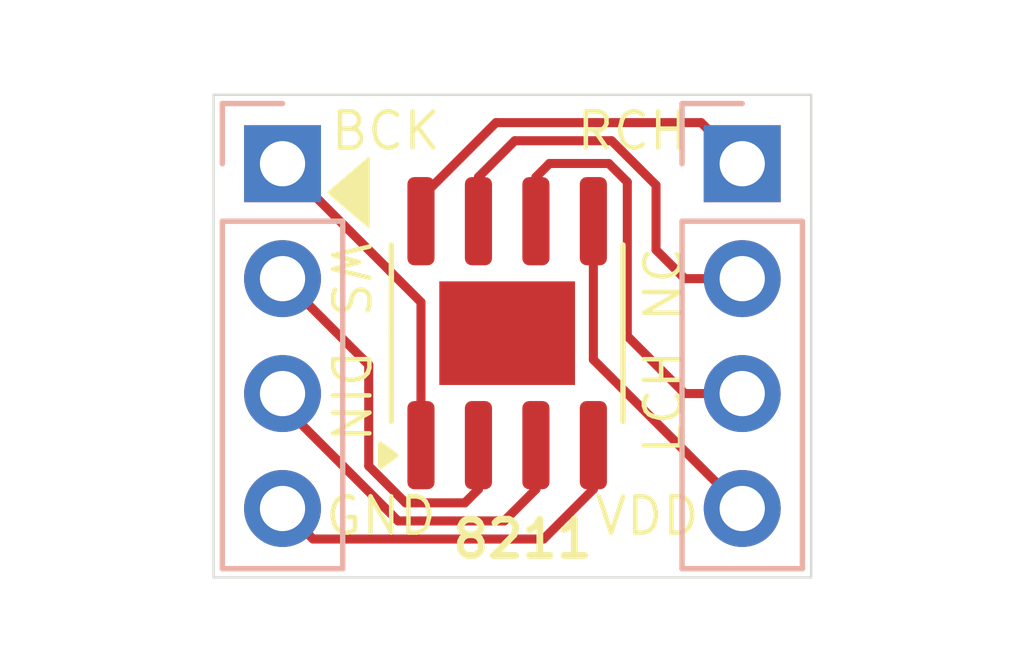
<source format=kicad_pcb>
(kicad_pcb (version 20240108) (generator "pcbnew") (generator_version "8.0")
  (layers (0 "F.Cu" signal) (31 "B.Cu" signal) (34 "B.Paste" user) (35 "F.Paste" user) (36 "B.SilkS" user "B.Silkscreen") (37 "F.SilkS" user "F.Silkscreen") (38 "B.Mask" user) (39 "F.Mask" user) (44 "Edge.Cuts" user))
  (net 0 "")
  (net 1 "Net-(J3-Pin_3)")
  (net 2 "Net-(J3-Pin_4)")
  (net 3 "Net-(J3-Pin_2)")
  (net 4 "Net-(J3-Pin_1)")
  (net 5 "Net-(J4-Pin_3)")
  (net 6 "Net-(J4-Pin_4)")
  (net 7 "Net-(J4-Pin_1)")
  (net 8 "Net-(J4-Pin_2)")
  (footprint "Package_SO:SOIC-8-1EP_3.9x4.9mm_P1.27mm_EP2.29x3mm" (layer "F.Cu") (at 35.445 31.685 90)
    (property "Reference" "U2")
    (property "Value" "~")
    (fp_line (start 0 -2.56) (end 1.95 -2.56) (stroke (width 0.12)) (layer "F.SilkS"))
    (fp_line (start 0 -2.56) (end -1.95 -2.56) (stroke (width 0.12)) (layer "F.SilkS"))
    (fp_line (start 0 2.56) (end 1.95 2.56) (stroke (width 0.12)) (layer "F.SilkS"))
    (fp_line (start 0 2.56) (end -1.95 2.56) (stroke (width 0.12)) (layer "F.SilkS"))
    (fp_poly (pts (xy -2.7 -2.465) (xy -2.94 -2.795) (xy -2.46 -2.795) (xy -2.7 -2.465)) (stroke (width 0.12)) (fill solid) (layer "F.SilkS"))
    (pad "1" smd roundrect (at -2.475 -1.905 90) (size 1.95 0.6) (layers "F.Cu" "F.Paste" "F.Mask") (net 4 "Net-(J3-Pin_1)"))
    (pad "2" smd roundrect (at -2.475 -0.635 90) (size 1.95 0.6) (layers "F.Cu" "F.Paste" "F.Mask") (net 3 "Net-(J3-Pin_2)"))
    (pad "3" smd roundrect (at -2.475 0.635 90) (size 1.95 0.6) (layers "F.Cu" "F.Paste" "F.Mask") (net 1 "Net-(J3-Pin_3)"))
    (pad "4" smd roundrect (at -2.475 1.905 90) (size 1.95 0.6) (layers "F.Cu" "F.Paste" "F.Mask") (net 2 "Net-(J3-Pin_4)"))
    (pad "5" smd roundrect (at 2.475 1.905 90) (size 1.95 0.6) (layers "F.Cu" "F.Paste" "F.Mask") (net 6 "Net-(J4-Pin_4)"))
    (pad "6" smd roundrect (at 2.475 0.635 90) (size 1.95 0.6) (layers "F.Cu" "F.Paste" "F.Mask") (net 5 "Net-(J4-Pin_3)"))
    (pad "7" smd roundrect (at 2.475 -0.635 90) (size 1.95 0.6) (layers "F.Cu" "F.Paste" "F.Mask") (net 8 "Net-(J4-Pin_2)"))
    (pad "8" smd roundrect (at 2.475 -1.905 90) (size 1.95 0.6) (layers "F.Cu" "F.Paste" "F.Mask") (net 7 "Net-(J4-Pin_1)"))
    (pad "9" smd rect (at 0 0 90) (size 2.29 3) (property pad_prop_heatsink) (layers "F.Cu" "F.Mask"))
  )
  (footprint "Connector_PinSocket_2.54mm:PinSocket_1x04_P2.54mm_Vertical" (layer "B.Cu") (at 40.64 27.94 180)
    (property "Reference" "J4")
    (property "Value" "Conn_01x04_Pin")
    (fp_line (start 1.33 1.33) (end 0 1.33) (stroke (width 0.12)) (layer "B.SilkS"))
    (fp_line (start 1.33 0) (end 1.33 1.33) (stroke (width 0.12)) (layer "B.SilkS"))
    (fp_line (start 1.33 -1.27) (end -1.33 -1.27) (stroke (width 0.12)) (layer "B.SilkS"))
    (fp_line (start 1.33 -8.95) (end 1.33 -1.27) (stroke (width 0.12)) (layer "B.SilkS"))
    (fp_line (start 1.33 -8.95) (end -1.33 -8.95) (stroke (width 0.12)) (layer "B.SilkS"))
    (fp_line (start -1.33 -8.95) (end -1.33 -1.27) (stroke (width 0.12)) (layer "B.SilkS"))
    (pad "1" thru_hole rect (at 0 0 180) (size 1.7 1.7) (drill 1) (layers "*.Cu" "*.Mask") (net 7 "Net-(J4-Pin_1)"))
    (pad "2" thru_hole oval (at 0 -2.54 180) (size 1.7 1.7) (drill 1) (layers "*.Cu" "*.Mask") (net 8 "Net-(J4-Pin_2)"))
    (pad "3" thru_hole oval (at 0 -5.08 180) (size 1.7 1.7) (drill 1) (layers "*.Cu" "*.Mask") (net 5 "Net-(J4-Pin_3)"))
    (pad "4" thru_hole oval (at 0 -7.62 180) (size 1.7 1.7) (drill 1) (layers "*.Cu" "*.Mask") (net 6 "Net-(J4-Pin_4)"))
  )
  (footprint "Connector_PinSocket_2.54mm:PinSocket_1x04_P2.54mm_Vertical" (layer "B.Cu") (at 30.48 27.94 180)
    (property "Reference" "J3")
    (property "Value" "Conn_01x04_Pin")
    (fp_line (start 1.33 1.33) (end 0 1.33) (stroke (width 0.12)) (layer "B.SilkS"))
    (fp_line (start 1.33 0) (end 1.33 1.33) (stroke (width 0.12)) (layer "B.SilkS"))
    (fp_line (start 1.33 -1.27) (end -1.33 -1.27) (stroke (width 0.12)) (layer "B.SilkS"))
    (fp_line (start 1.33 -8.95) (end 1.33 -1.27) (stroke (width 0.12)) (layer "B.SilkS"))
    (fp_line (start 1.33 -8.95) (end -1.33 -8.95) (stroke (width 0.12)) (layer "B.SilkS"))
    (fp_line (start -1.33 -8.95) (end -1.33 -1.27) (stroke (width 0.12)) (layer "B.SilkS"))
    (pad "1" thru_hole rect (at 0 0 180) (size 1.7 1.7) (drill 1) (layers "*.Cu" "*.Mask") (net 4 "Net-(J3-Pin_1)"))
    (pad "2" thru_hole oval (at 0 -2.54 180) (size 1.7 1.7) (drill 1) (layers "*.Cu" "*.Mask") (net 3 "Net-(J3-Pin_2)"))
    (pad "3" thru_hole oval (at 0 -5.08 180) (size 1.7 1.7) (drill 1) (layers "*.Cu" "*.Mask") (net 1 "Net-(J3-Pin_3)"))
    (pad "4" thru_hole oval (at 0 -7.62 180) (size 1.7 1.7) (drill 1) (layers "*.Cu" "*.Mask") (net 2 "Net-(J3-Pin_4)"))
  )
  (gr_poly (pts (xy 31.496 28.575) (xy 32.385 27.813) (xy 32.385 29.337)) (stroke (width 0.05)) (fill solid) (layer "F.SilkS"))
  (gr_line (start 28.956 26.416) (end 28.956 37.084) (stroke (width 0.05)) (layer "Edge.Cuts"))
  (gr_line (start 42.164 37.084) (end 42.164 26.416) (stroke (width 0.05)) (layer "Edge.Cuts"))
  (gr_line (start 42.164 26.416) (end 28.956 26.416) (stroke (width 0.05)) (layer "Edge.Cuts"))
  (gr_line (start 28.956 37.084) (end 42.164 37.084) (stroke (width 0.05)) (layer "Edge.Cuts"))
  (gr_text "VDD" (at 39.751 36.195 0) (layer "F.SilkS") (effects (font (size 0.8 0.8) (thickness 0.1)) (justify right bottom)))
  (gr_text "BCK" (at 31.496 27.686 0) (layer "F.SilkS") (effects (font (size 0.8 0.8) (thickness 0.1)) (justify left bottom)))
  (gr_text "LCH" (at 39.37 32.004 90) (layer "F.SilkS") (effects (font (size 0.8 0.8) (thickness 0.1)) (justify right bottom)))
  (gr_text "NC" (at 39.37 29.718 90) (layer "F.SilkS") (effects (font (size 0.8 0.8) (thickness 0.1)) (justify right bottom)))
  (gr_text "WS" (at 31.496 29.591 270) (layer "F.SilkS") (effects (font (size 0.8 0.8) (thickness 0.1)) (justify left bottom)))
  (gr_text "DIN" (at 31.496 32.004 270) (layer "F.SilkS") (effects (font (size 0.8 0.8) (thickness 0.1)) (justify left bottom)))
  (gr_text "GND" (at 31.369 36.195 0) (layer "F.SilkS") (effects (font (size 0.8 0.8) (thickness 0.1)) (justify left bottom)))
  (gr_text "RCH" (at 39.497 27.686 0) (layer "F.SilkS") (effects (font (size 0.8 0.8) (thickness 0.1)) (justify right bottom)))
  (gr_text "8211" (at 34.163 36.703 0) (layer "F.SilkS") (effects (font (size 0.8 0.8) (thickness 0.15) (bold yes)) (justify left bottom)))
  (segment (start 36.08 34.16) (end 36.08 35.134999) (width 0.2) (layer "F.Cu") (net 1))
  (segment (start 36.08 35.134999) (end 35.379999 35.835) (width 0.2) (layer "F.Cu") (net 1))
  (segment (start 33.033762 35.835) (end 30.48 33.281238) (width 0.2) (layer "F.Cu") (net 1))
  (segment (start 35.379999 35.835) (end 33.033762 35.835) (width 0.2) (layer "F.Cu") (net 1))
  (segment (start 30.48 33.281238) (end 30.48 33.02) (width 0.2) (layer "F.Cu") (net 1))
  (segment (start 36.249999 36.235) (end 31.155 36.235) (width 0.2) (layer "F.Cu") (net 2))
  (segment (start 37.35 35.134999) (end 36.249999 36.235) (width 0.2) (layer "F.Cu") (net 2))
  (segment (start 37.35 34.16) (end 37.35 35.134999) (width 0.2) (layer "F.Cu") (net 2))
  (segment (start 31.155 36.235) (end 30.48 35.56) (width 0.2) (layer "F.Cu") (net 2))
  (segment (start 34.81 35.134999) (end 34.509999 35.435) (width 0.2) (layer "F.Cu") (net 3))
  (segment (start 33.199448 35.435) (end 32.385 34.620552) (width 0.2) (layer "F.Cu") (net 3))
  (segment (start 34.81 34.16) (end 34.81 35.134999) (width 0.2) (layer "F.Cu") (net 3))
  (segment (start 34.509999 35.435) (end 33.199448 35.435) (width 0.2) (layer "F.Cu") (net 3))
  (segment (start 32.385 32.385) (end 30.48 30.48) (width 0.2) (layer "F.Cu") (net 3))
  (segment (start 32.385 34.620552) (end 32.385 32.385) (width 0.2) (layer "F.Cu") (net 3))
  (segment (start 33.54 34.16) (end 33.54 31) (width 0.2) (layer "F.Cu") (net 4))
  (segment (start 33.54 31) (end 30.48 27.94) (width 0.2) (layer "F.Cu") (net 4))
  (segment (start 37.690552 27.935) (end 38.1 28.344448) (width 0.2) (layer "F.Cu") (net 5))
  (segment (start 36.380001 27.935) (end 37.690552 27.935) (width 0.2) (layer "F.Cu") (net 5))
  (segment (start 36.08 28.235001) (end 36.380001 27.935) (width 0.2) (layer "F.Cu") (net 5))
  (segment (start 36.08 29.21) (end 36.08 28.235001) (width 0.2) (layer "F.Cu") (net 5))
  (segment (start 38.1 31.75) (end 39.37 33.02) (width 0.2) (layer "F.Cu") (net 5))
  (segment (start 38.1 28.344448) (end 38.1 31.75) (width 0.2) (layer "F.Cu") (net 5))
  (segment (start 39.37 33.02) (end 40.64 33.02) (width 0.2) (layer "F.Cu") (net 5))
  (segment (start 37.35 29.21) (end 37.35 32.27) (width 0.2) (layer "F.Cu") (net 6))
  (segment (start 37.35 32.27) (end 40.64 35.56) (width 0.2) (layer "F.Cu") (net 6))
  (segment (start 35.198 27.032) (end 33.54 28.69) (width 0.2) (layer "F.Cu") (net 7))
  (segment (start 39.732 27.032) (end 35.198 27.032) (width 0.2) (layer "F.Cu") (net 7))
  (segment (start 40.64 27.94) (end 39.732 27.032) (width 0.2) (layer "F.Cu") (net 7))
  (segment (start 33.54 28.69) (end 33.54 29.21) (width 0.2) (layer "F.Cu") (net 7))
  (segment (start 34.81 28.235001) (end 34.81 29.21) (width 0.2) (layer "F.Cu") (net 8))
  (segment (start 39.37 30.48) (end 38.735 29.845) (width 0.2) (layer "F.Cu") (net 8))
  (segment (start 40.64 30.48) (end 39.37 30.48) (width 0.2) (layer "F.Cu") (net 8))
  (segment (start 37.753238 27.432) (end 35.613001 27.432) (width 0.2) (layer "F.Cu") (net 8))
  (segment (start 38.735 29.845) (end 38.735 28.413762) (width 0.2) (layer "F.Cu") (net 8))
  (segment (start 35.613001 27.432) (end 34.81 28.235001) (width 0.2) (layer "F.Cu") (net 8))
  (segment (start 38.735 28.413762) (end 37.753238 27.432) (width 0.2) (layer "F.Cu") (net 8))
)
</source>
